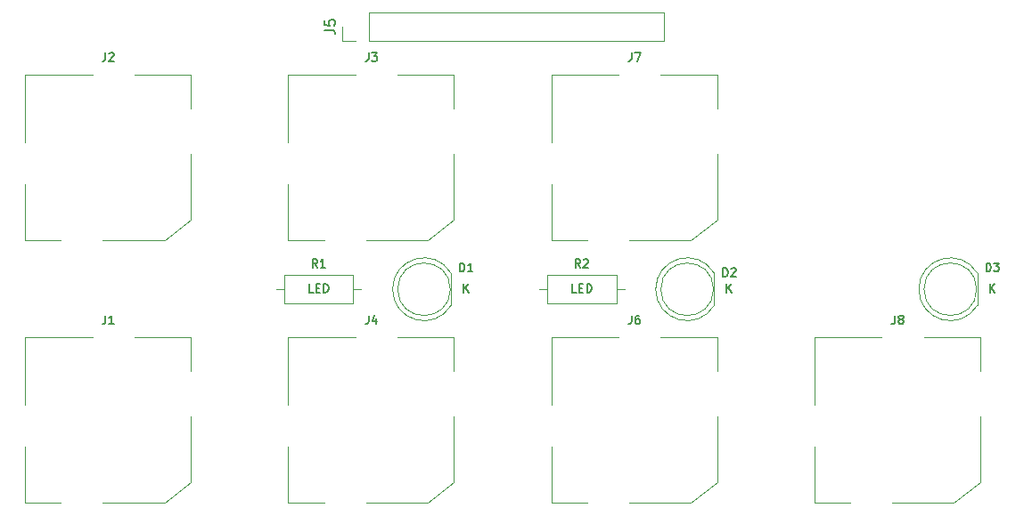
<source format=gto>
G04 #@! TF.GenerationSoftware,KiCad,Pcbnew,(7.0.0)*
G04 #@! TF.CreationDate,2023-03-06T21:21:17-06:00*
G04 #@! TF.ProjectId,SlopesJack,536c6f70-6573-44a6-9163-6b2e6b696361,rev?*
G04 #@! TF.SameCoordinates,Original*
G04 #@! TF.FileFunction,Legend,Top*
G04 #@! TF.FilePolarity,Positive*
%FSLAX46Y46*%
G04 Gerber Fmt 4.6, Leading zero omitted, Abs format (unit mm)*
G04 Created by KiCad (PCBNEW (7.0.0)) date 2023-03-06 21:21:17*
%MOMM*%
%LPD*%
G01*
G04 APERTURE LIST*
G04 Aperture macros list*
%AMRotRect*
0 Rectangle, with rotation*
0 The origin of the aperture is its center*
0 $1 length*
0 $2 width*
0 $3 Rotation angle, in degrees counterclockwise*
0 Add horizontal line*
21,1,$1,$2,0,0,$3*%
G04 Aperture macros list end*
%ADD10C,0.150000*%
%ADD11C,0.120000*%
%ADD12R,1.800000X1.800000*%
%ADD13C,1.800000*%
%ADD14O,4.500001X2.500000*%
%ADD15O,2.500001X4.500001*%
%ADD16RotRect,4.500001X2.500001X45.000000*%
%ADD17O,2.500000X4.500000*%
%ADD18O,4.500000X2.500000*%
%ADD19C,1.600000*%
%ADD20O,1.600000X1.600000*%
%ADD21R,1.700000X1.700000*%
%ADD22O,1.700000X1.700000*%
G04 APERTURE END LIST*
D10*
X345909524Y-160793904D02*
X345909524Y-159993904D01*
X345909524Y-159993904D02*
X346100000Y-159993904D01*
X346100000Y-159993904D02*
X346214286Y-160032000D01*
X346214286Y-160032000D02*
X346290476Y-160108190D01*
X346290476Y-160108190D02*
X346328571Y-160184380D01*
X346328571Y-160184380D02*
X346366667Y-160336761D01*
X346366667Y-160336761D02*
X346366667Y-160451047D01*
X346366667Y-160451047D02*
X346328571Y-160603428D01*
X346328571Y-160603428D02*
X346290476Y-160679619D01*
X346290476Y-160679619D02*
X346214286Y-160755809D01*
X346214286Y-160755809D02*
X346100000Y-160793904D01*
X346100000Y-160793904D02*
X345909524Y-160793904D01*
X347128571Y-160793904D02*
X346671428Y-160793904D01*
X346900000Y-160793904D02*
X346900000Y-159993904D01*
X346900000Y-159993904D02*
X346823809Y-160108190D01*
X346823809Y-160108190D02*
X346747619Y-160184380D01*
X346747619Y-160184380D02*
X346671428Y-160222476D01*
X346265476Y-162793904D02*
X346265476Y-161993904D01*
X346722619Y-162793904D02*
X346379761Y-162336761D01*
X346722619Y-161993904D02*
X346265476Y-162451047D01*
X387233333Y-164993904D02*
X387233333Y-165565333D01*
X387233333Y-165565333D02*
X387195238Y-165679619D01*
X387195238Y-165679619D02*
X387119047Y-165755809D01*
X387119047Y-165755809D02*
X387004762Y-165793904D01*
X387004762Y-165793904D02*
X386928571Y-165793904D01*
X387728571Y-165336761D02*
X387652381Y-165298666D01*
X387652381Y-165298666D02*
X387614286Y-165260571D01*
X387614286Y-165260571D02*
X387576190Y-165184380D01*
X387576190Y-165184380D02*
X387576190Y-165146285D01*
X387576190Y-165146285D02*
X387614286Y-165070095D01*
X387614286Y-165070095D02*
X387652381Y-165032000D01*
X387652381Y-165032000D02*
X387728571Y-164993904D01*
X387728571Y-164993904D02*
X387880952Y-164993904D01*
X387880952Y-164993904D02*
X387957143Y-165032000D01*
X387957143Y-165032000D02*
X387995238Y-165070095D01*
X387995238Y-165070095D02*
X388033333Y-165146285D01*
X388033333Y-165146285D02*
X388033333Y-165184380D01*
X388033333Y-165184380D02*
X387995238Y-165260571D01*
X387995238Y-165260571D02*
X387957143Y-165298666D01*
X387957143Y-165298666D02*
X387880952Y-165336761D01*
X387880952Y-165336761D02*
X387728571Y-165336761D01*
X387728571Y-165336761D02*
X387652381Y-165374857D01*
X387652381Y-165374857D02*
X387614286Y-165412952D01*
X387614286Y-165412952D02*
X387576190Y-165489142D01*
X387576190Y-165489142D02*
X387576190Y-165641523D01*
X387576190Y-165641523D02*
X387614286Y-165717714D01*
X387614286Y-165717714D02*
X387652381Y-165755809D01*
X387652381Y-165755809D02*
X387728571Y-165793904D01*
X387728571Y-165793904D02*
X387880952Y-165793904D01*
X387880952Y-165793904D02*
X387957143Y-165755809D01*
X387957143Y-165755809D02*
X387995238Y-165717714D01*
X387995238Y-165717714D02*
X388033333Y-165641523D01*
X388033333Y-165641523D02*
X388033333Y-165489142D01*
X388033333Y-165489142D02*
X387995238Y-165412952D01*
X387995238Y-165412952D02*
X387957143Y-165374857D01*
X387957143Y-165374857D02*
X387880952Y-165336761D01*
X312233333Y-164993904D02*
X312233333Y-165565333D01*
X312233333Y-165565333D02*
X312195238Y-165679619D01*
X312195238Y-165679619D02*
X312119047Y-165755809D01*
X312119047Y-165755809D02*
X312004762Y-165793904D01*
X312004762Y-165793904D02*
X311928571Y-165793904D01*
X313033333Y-165793904D02*
X312576190Y-165793904D01*
X312804762Y-165793904D02*
X312804762Y-164993904D01*
X312804762Y-164993904D02*
X312728571Y-165108190D01*
X312728571Y-165108190D02*
X312652381Y-165184380D01*
X312652381Y-165184380D02*
X312576190Y-165222476D01*
X312233333Y-139993904D02*
X312233333Y-140565333D01*
X312233333Y-140565333D02*
X312195238Y-140679619D01*
X312195238Y-140679619D02*
X312119047Y-140755809D01*
X312119047Y-140755809D02*
X312004762Y-140793904D01*
X312004762Y-140793904D02*
X311928571Y-140793904D01*
X312576190Y-140070095D02*
X312614286Y-140032000D01*
X312614286Y-140032000D02*
X312690476Y-139993904D01*
X312690476Y-139993904D02*
X312880952Y-139993904D01*
X312880952Y-139993904D02*
X312957143Y-140032000D01*
X312957143Y-140032000D02*
X312995238Y-140070095D01*
X312995238Y-140070095D02*
X313033333Y-140146285D01*
X313033333Y-140146285D02*
X313033333Y-140222476D01*
X313033333Y-140222476D02*
X312995238Y-140336761D01*
X312995238Y-140336761D02*
X312538095Y-140793904D01*
X312538095Y-140793904D02*
X313033333Y-140793904D01*
X395909524Y-160793904D02*
X395909524Y-159993904D01*
X395909524Y-159993904D02*
X396100000Y-159993904D01*
X396100000Y-159993904D02*
X396214286Y-160032000D01*
X396214286Y-160032000D02*
X396290476Y-160108190D01*
X396290476Y-160108190D02*
X396328571Y-160184380D01*
X396328571Y-160184380D02*
X396366667Y-160336761D01*
X396366667Y-160336761D02*
X396366667Y-160451047D01*
X396366667Y-160451047D02*
X396328571Y-160603428D01*
X396328571Y-160603428D02*
X396290476Y-160679619D01*
X396290476Y-160679619D02*
X396214286Y-160755809D01*
X396214286Y-160755809D02*
X396100000Y-160793904D01*
X396100000Y-160793904D02*
X395909524Y-160793904D01*
X396633333Y-159993904D02*
X397128571Y-159993904D01*
X397128571Y-159993904D02*
X396861905Y-160298666D01*
X396861905Y-160298666D02*
X396976190Y-160298666D01*
X396976190Y-160298666D02*
X397052381Y-160336761D01*
X397052381Y-160336761D02*
X397090476Y-160374857D01*
X397090476Y-160374857D02*
X397128571Y-160451047D01*
X397128571Y-160451047D02*
X397128571Y-160641523D01*
X397128571Y-160641523D02*
X397090476Y-160717714D01*
X397090476Y-160717714D02*
X397052381Y-160755809D01*
X397052381Y-160755809D02*
X396976190Y-160793904D01*
X396976190Y-160793904D02*
X396747619Y-160793904D01*
X396747619Y-160793904D02*
X396671428Y-160755809D01*
X396671428Y-160755809D02*
X396633333Y-160717714D01*
X396265476Y-162793904D02*
X396265476Y-161993904D01*
X396722619Y-162793904D02*
X396379761Y-162336761D01*
X396722619Y-161993904D02*
X396265476Y-162451047D01*
X337233333Y-164993904D02*
X337233333Y-165565333D01*
X337233333Y-165565333D02*
X337195238Y-165679619D01*
X337195238Y-165679619D02*
X337119047Y-165755809D01*
X337119047Y-165755809D02*
X337004762Y-165793904D01*
X337004762Y-165793904D02*
X336928571Y-165793904D01*
X337957143Y-165260571D02*
X337957143Y-165793904D01*
X337766667Y-164955809D02*
X337576190Y-165527238D01*
X337576190Y-165527238D02*
X338071429Y-165527238D01*
X362233333Y-139993904D02*
X362233333Y-140565333D01*
X362233333Y-140565333D02*
X362195238Y-140679619D01*
X362195238Y-140679619D02*
X362119047Y-140755809D01*
X362119047Y-140755809D02*
X362004762Y-140793904D01*
X362004762Y-140793904D02*
X361928571Y-140793904D01*
X362538095Y-139993904D02*
X363071429Y-139993904D01*
X363071429Y-139993904D02*
X362728571Y-140793904D01*
X332366667Y-160423904D02*
X332100000Y-160042952D01*
X331909524Y-160423904D02*
X331909524Y-159623904D01*
X331909524Y-159623904D02*
X332214286Y-159623904D01*
X332214286Y-159623904D02*
X332290476Y-159662000D01*
X332290476Y-159662000D02*
X332328571Y-159700095D01*
X332328571Y-159700095D02*
X332366667Y-159776285D01*
X332366667Y-159776285D02*
X332366667Y-159890571D01*
X332366667Y-159890571D02*
X332328571Y-159966761D01*
X332328571Y-159966761D02*
X332290476Y-160004857D01*
X332290476Y-160004857D02*
X332214286Y-160042952D01*
X332214286Y-160042952D02*
X331909524Y-160042952D01*
X333128571Y-160423904D02*
X332671428Y-160423904D01*
X332900000Y-160423904D02*
X332900000Y-159623904D01*
X332900000Y-159623904D02*
X332823809Y-159738190D01*
X332823809Y-159738190D02*
X332747619Y-159814380D01*
X332747619Y-159814380D02*
X332671428Y-159852476D01*
X331985714Y-162793904D02*
X331604762Y-162793904D01*
X331604762Y-162793904D02*
X331604762Y-161993904D01*
X332252381Y-162374857D02*
X332519047Y-162374857D01*
X332633333Y-162793904D02*
X332252381Y-162793904D01*
X332252381Y-162793904D02*
X332252381Y-161993904D01*
X332252381Y-161993904D02*
X332633333Y-161993904D01*
X332976191Y-162793904D02*
X332976191Y-161993904D01*
X332976191Y-161993904D02*
X333166667Y-161993904D01*
X333166667Y-161993904D02*
X333280953Y-162032000D01*
X333280953Y-162032000D02*
X333357143Y-162108190D01*
X333357143Y-162108190D02*
X333395238Y-162184380D01*
X333395238Y-162184380D02*
X333433334Y-162336761D01*
X333433334Y-162336761D02*
X333433334Y-162451047D01*
X333433334Y-162451047D02*
X333395238Y-162603428D01*
X333395238Y-162603428D02*
X333357143Y-162679619D01*
X333357143Y-162679619D02*
X333280953Y-162755809D01*
X333280953Y-162755809D02*
X333166667Y-162793904D01*
X333166667Y-162793904D02*
X332976191Y-162793904D01*
X357366667Y-160423904D02*
X357100000Y-160042952D01*
X356909524Y-160423904D02*
X356909524Y-159623904D01*
X356909524Y-159623904D02*
X357214286Y-159623904D01*
X357214286Y-159623904D02*
X357290476Y-159662000D01*
X357290476Y-159662000D02*
X357328571Y-159700095D01*
X357328571Y-159700095D02*
X357366667Y-159776285D01*
X357366667Y-159776285D02*
X357366667Y-159890571D01*
X357366667Y-159890571D02*
X357328571Y-159966761D01*
X357328571Y-159966761D02*
X357290476Y-160004857D01*
X357290476Y-160004857D02*
X357214286Y-160042952D01*
X357214286Y-160042952D02*
X356909524Y-160042952D01*
X357671428Y-159700095D02*
X357709524Y-159662000D01*
X357709524Y-159662000D02*
X357785714Y-159623904D01*
X357785714Y-159623904D02*
X357976190Y-159623904D01*
X357976190Y-159623904D02*
X358052381Y-159662000D01*
X358052381Y-159662000D02*
X358090476Y-159700095D01*
X358090476Y-159700095D02*
X358128571Y-159776285D01*
X358128571Y-159776285D02*
X358128571Y-159852476D01*
X358128571Y-159852476D02*
X358090476Y-159966761D01*
X358090476Y-159966761D02*
X357633333Y-160423904D01*
X357633333Y-160423904D02*
X358128571Y-160423904D01*
X356985714Y-162793904D02*
X356604762Y-162793904D01*
X356604762Y-162793904D02*
X356604762Y-161993904D01*
X357252381Y-162374857D02*
X357519047Y-162374857D01*
X357633333Y-162793904D02*
X357252381Y-162793904D01*
X357252381Y-162793904D02*
X357252381Y-161993904D01*
X357252381Y-161993904D02*
X357633333Y-161993904D01*
X357976191Y-162793904D02*
X357976191Y-161993904D01*
X357976191Y-161993904D02*
X358166667Y-161993904D01*
X358166667Y-161993904D02*
X358280953Y-162032000D01*
X358280953Y-162032000D02*
X358357143Y-162108190D01*
X358357143Y-162108190D02*
X358395238Y-162184380D01*
X358395238Y-162184380D02*
X358433334Y-162336761D01*
X358433334Y-162336761D02*
X358433334Y-162451047D01*
X358433334Y-162451047D02*
X358395238Y-162603428D01*
X358395238Y-162603428D02*
X358357143Y-162679619D01*
X358357143Y-162679619D02*
X358280953Y-162755809D01*
X358280953Y-162755809D02*
X358166667Y-162793904D01*
X358166667Y-162793904D02*
X357976191Y-162793904D01*
X362233333Y-164993904D02*
X362233333Y-165565333D01*
X362233333Y-165565333D02*
X362195238Y-165679619D01*
X362195238Y-165679619D02*
X362119047Y-165755809D01*
X362119047Y-165755809D02*
X362004762Y-165793904D01*
X362004762Y-165793904D02*
X361928571Y-165793904D01*
X362957143Y-164993904D02*
X362804762Y-164993904D01*
X362804762Y-164993904D02*
X362728571Y-165032000D01*
X362728571Y-165032000D02*
X362690476Y-165070095D01*
X362690476Y-165070095D02*
X362614286Y-165184380D01*
X362614286Y-165184380D02*
X362576190Y-165336761D01*
X362576190Y-165336761D02*
X362576190Y-165641523D01*
X362576190Y-165641523D02*
X362614286Y-165717714D01*
X362614286Y-165717714D02*
X362652381Y-165755809D01*
X362652381Y-165755809D02*
X362728571Y-165793904D01*
X362728571Y-165793904D02*
X362880952Y-165793904D01*
X362880952Y-165793904D02*
X362957143Y-165755809D01*
X362957143Y-165755809D02*
X362995238Y-165717714D01*
X362995238Y-165717714D02*
X363033333Y-165641523D01*
X363033333Y-165641523D02*
X363033333Y-165451047D01*
X363033333Y-165451047D02*
X362995238Y-165374857D01*
X362995238Y-165374857D02*
X362957143Y-165336761D01*
X362957143Y-165336761D02*
X362880952Y-165298666D01*
X362880952Y-165298666D02*
X362728571Y-165298666D01*
X362728571Y-165298666D02*
X362652381Y-165336761D01*
X362652381Y-165336761D02*
X362614286Y-165374857D01*
X362614286Y-165374857D02*
X362576190Y-165451047D01*
X370909524Y-161293904D02*
X370909524Y-160493904D01*
X370909524Y-160493904D02*
X371100000Y-160493904D01*
X371100000Y-160493904D02*
X371214286Y-160532000D01*
X371214286Y-160532000D02*
X371290476Y-160608190D01*
X371290476Y-160608190D02*
X371328571Y-160684380D01*
X371328571Y-160684380D02*
X371366667Y-160836761D01*
X371366667Y-160836761D02*
X371366667Y-160951047D01*
X371366667Y-160951047D02*
X371328571Y-161103428D01*
X371328571Y-161103428D02*
X371290476Y-161179619D01*
X371290476Y-161179619D02*
X371214286Y-161255809D01*
X371214286Y-161255809D02*
X371100000Y-161293904D01*
X371100000Y-161293904D02*
X370909524Y-161293904D01*
X371671428Y-160570095D02*
X371709524Y-160532000D01*
X371709524Y-160532000D02*
X371785714Y-160493904D01*
X371785714Y-160493904D02*
X371976190Y-160493904D01*
X371976190Y-160493904D02*
X372052381Y-160532000D01*
X372052381Y-160532000D02*
X372090476Y-160570095D01*
X372090476Y-160570095D02*
X372128571Y-160646285D01*
X372128571Y-160646285D02*
X372128571Y-160722476D01*
X372128571Y-160722476D02*
X372090476Y-160836761D01*
X372090476Y-160836761D02*
X371633333Y-161293904D01*
X371633333Y-161293904D02*
X372128571Y-161293904D01*
X371265476Y-162793904D02*
X371265476Y-161993904D01*
X371722619Y-162793904D02*
X371379761Y-162336761D01*
X371722619Y-161993904D02*
X371265476Y-162451047D01*
X333062380Y-137833333D02*
X333776666Y-137833333D01*
X333776666Y-137833333D02*
X333919523Y-137880952D01*
X333919523Y-137880952D02*
X334014761Y-137976190D01*
X334014761Y-137976190D02*
X334062380Y-138119047D01*
X334062380Y-138119047D02*
X334062380Y-138214285D01*
X333062380Y-136880952D02*
X333062380Y-137357142D01*
X333062380Y-137357142D02*
X333538571Y-137404761D01*
X333538571Y-137404761D02*
X333490952Y-137357142D01*
X333490952Y-137357142D02*
X333443333Y-137261904D01*
X333443333Y-137261904D02*
X333443333Y-137023809D01*
X333443333Y-137023809D02*
X333490952Y-136928571D01*
X333490952Y-136928571D02*
X333538571Y-136880952D01*
X333538571Y-136880952D02*
X333633809Y-136833333D01*
X333633809Y-136833333D02*
X333871904Y-136833333D01*
X333871904Y-136833333D02*
X333967142Y-136880952D01*
X333967142Y-136880952D02*
X334014761Y-136928571D01*
X334014761Y-136928571D02*
X334062380Y-137023809D01*
X334062380Y-137023809D02*
X334062380Y-137261904D01*
X334062380Y-137261904D02*
X334014761Y-137357142D01*
X334014761Y-137357142D02*
X333967142Y-137404761D01*
X337233333Y-139993904D02*
X337233333Y-140565333D01*
X337233333Y-140565333D02*
X337195238Y-140679619D01*
X337195238Y-140679619D02*
X337119047Y-140755809D01*
X337119047Y-140755809D02*
X337004762Y-140793904D01*
X337004762Y-140793904D02*
X336928571Y-140793904D01*
X337538095Y-139993904D02*
X338033333Y-139993904D01*
X338033333Y-139993904D02*
X337766667Y-140298666D01*
X337766667Y-140298666D02*
X337880952Y-140298666D01*
X337880952Y-140298666D02*
X337957143Y-140336761D01*
X337957143Y-140336761D02*
X337995238Y-140374857D01*
X337995238Y-140374857D02*
X338033333Y-140451047D01*
X338033333Y-140451047D02*
X338033333Y-140641523D01*
X338033333Y-140641523D02*
X337995238Y-140717714D01*
X337995238Y-140717714D02*
X337957143Y-140755809D01*
X337957143Y-140755809D02*
X337880952Y-140793904D01*
X337880952Y-140793904D02*
X337652381Y-140793904D01*
X337652381Y-140793904D02*
X337576190Y-140755809D01*
X337576190Y-140755809D02*
X337538095Y-140717714D01*
D11*
X345065000Y-164045000D02*
X345065000Y-160955000D01*
X339515001Y-162499538D02*
G75*
G03*
X345064999Y-164044830I2989999J-462D01*
G01*
X345065000Y-160955170D02*
G75*
G03*
X339515000Y-162500462I-2560000J-1544830D01*
G01*
X345005000Y-162500000D02*
G75*
G03*
X345005000Y-162500000I-2500000J0D01*
G01*
X379600000Y-167100000D02*
X386000000Y-167100000D01*
X379600000Y-173500000D02*
X379600000Y-167100000D01*
X379600000Y-182850000D02*
X379600000Y-177500000D01*
X383000000Y-182850000D02*
X379600000Y-182850000D01*
X390000000Y-167100000D02*
X395350000Y-167100000D01*
X392850000Y-182850000D02*
X387000000Y-182850000D01*
X395350000Y-167100000D02*
X395350000Y-170300000D01*
X395350000Y-174600000D02*
X395350000Y-180800000D01*
X395350000Y-180800000D02*
X395350000Y-180850000D01*
X395350000Y-180850000D02*
X392850000Y-182850000D01*
X304600000Y-167100000D02*
X311000000Y-167100000D01*
X304600000Y-173500000D02*
X304600000Y-167100000D01*
X304600000Y-182850000D02*
X304600000Y-177500000D01*
X308000000Y-182850000D02*
X304600000Y-182850000D01*
X315000000Y-167100000D02*
X320350000Y-167100000D01*
X317850000Y-182850000D02*
X312000000Y-182850000D01*
X320350000Y-167100000D02*
X320350000Y-170300000D01*
X320350000Y-174600000D02*
X320350000Y-180800000D01*
X320350000Y-180800000D02*
X320350000Y-180850000D01*
X320350000Y-180850000D02*
X317850000Y-182850000D01*
X304600000Y-142100000D02*
X311000000Y-142100000D01*
X304600000Y-148500000D02*
X304600000Y-142100000D01*
X304600000Y-157850000D02*
X304600000Y-152500000D01*
X308000000Y-157850000D02*
X304600000Y-157850000D01*
X315000000Y-142100000D02*
X320350000Y-142100000D01*
X317850000Y-157850000D02*
X312000000Y-157850000D01*
X320350000Y-142100000D02*
X320350000Y-145300000D01*
X320350000Y-149600000D02*
X320350000Y-155800000D01*
X320350000Y-155800000D02*
X320350000Y-155850000D01*
X320350000Y-155850000D02*
X317850000Y-157850000D01*
X395065000Y-164045000D02*
X395065000Y-160955000D01*
X389515001Y-162499538D02*
G75*
G03*
X395064999Y-164044830I2989999J-462D01*
G01*
X395065000Y-160955170D02*
G75*
G03*
X389515000Y-162500462I-2560000J-1544830D01*
G01*
X395005000Y-162500000D02*
G75*
G03*
X395005000Y-162500000I-2500000J0D01*
G01*
X329600000Y-167100000D02*
X336000000Y-167100000D01*
X329600000Y-173500000D02*
X329600000Y-167100000D01*
X329600000Y-182850000D02*
X329600000Y-177500000D01*
X333000000Y-182850000D02*
X329600000Y-182850000D01*
X340000000Y-167100000D02*
X345350000Y-167100000D01*
X342850000Y-182850000D02*
X337000000Y-182850000D01*
X345350000Y-167100000D02*
X345350000Y-170300000D01*
X345350000Y-174600000D02*
X345350000Y-180800000D01*
X345350000Y-180800000D02*
X345350000Y-180850000D01*
X345350000Y-180850000D02*
X342850000Y-182850000D01*
X354600000Y-142100000D02*
X361000000Y-142100000D01*
X354600000Y-148500000D02*
X354600000Y-142100000D01*
X354600000Y-157850000D02*
X354600000Y-152500000D01*
X358000000Y-157850000D02*
X354600000Y-157850000D01*
X365000000Y-142100000D02*
X370350000Y-142100000D01*
X367850000Y-157850000D02*
X362000000Y-157850000D01*
X370350000Y-142100000D02*
X370350000Y-145300000D01*
X370350000Y-149600000D02*
X370350000Y-155800000D01*
X370350000Y-155800000D02*
X370350000Y-155850000D01*
X370350000Y-155850000D02*
X367850000Y-157850000D01*
X328460000Y-162500000D02*
X329230000Y-162500000D01*
X329230000Y-161130000D02*
X329230000Y-163870000D01*
X329230000Y-163870000D02*
X335770000Y-163870000D01*
X335770000Y-161130000D02*
X329230000Y-161130000D01*
X335770000Y-163870000D02*
X335770000Y-161130000D01*
X336540000Y-162500000D02*
X335770000Y-162500000D01*
X353460000Y-162500000D02*
X354230000Y-162500000D01*
X354230000Y-161130000D02*
X354230000Y-163870000D01*
X354230000Y-163870000D02*
X360770000Y-163870000D01*
X360770000Y-161130000D02*
X354230000Y-161130000D01*
X360770000Y-163870000D02*
X360770000Y-161130000D01*
X361540000Y-162500000D02*
X360770000Y-162500000D01*
X354600000Y-167100000D02*
X361000000Y-167100000D01*
X354600000Y-173500000D02*
X354600000Y-167100000D01*
X354600000Y-182850000D02*
X354600000Y-177500000D01*
X358000000Y-182850000D02*
X354600000Y-182850000D01*
X365000000Y-167100000D02*
X370350000Y-167100000D01*
X367850000Y-182850000D02*
X362000000Y-182850000D01*
X370350000Y-167100000D02*
X370350000Y-170300000D01*
X370350000Y-174600000D02*
X370350000Y-180800000D01*
X370350000Y-180800000D02*
X370350000Y-180850000D01*
X370350000Y-180850000D02*
X367850000Y-182850000D01*
X370065000Y-164045000D02*
X370065000Y-160955000D01*
X364515001Y-162499538D02*
G75*
G03*
X370064999Y-164044830I2989999J-462D01*
G01*
X370065000Y-160955170D02*
G75*
G03*
X364515000Y-162500462I-2560000J-1544830D01*
G01*
X370005000Y-162500000D02*
G75*
G03*
X370005000Y-162500000I-2500000J0D01*
G01*
X334695000Y-138830000D02*
X334695000Y-137500000D01*
X336025000Y-138830000D02*
X334695000Y-138830000D01*
X337295000Y-138830000D02*
X365295000Y-138830000D01*
X337295000Y-138830000D02*
X337295000Y-136170000D01*
X365295000Y-138830000D02*
X365295000Y-136170000D01*
X337295000Y-136170000D02*
X365295000Y-136170000D01*
X329600000Y-142100000D02*
X336000000Y-142100000D01*
X329600000Y-148500000D02*
X329600000Y-142100000D01*
X329600000Y-157850000D02*
X329600000Y-152500000D01*
X333000000Y-157850000D02*
X329600000Y-157850000D01*
X340000000Y-142100000D02*
X345350000Y-142100000D01*
X342850000Y-157850000D02*
X337000000Y-157850000D01*
X345350000Y-142100000D02*
X345350000Y-145300000D01*
X345350000Y-149600000D02*
X345350000Y-155800000D01*
X345350000Y-155800000D02*
X345350000Y-155850000D01*
X345350000Y-155850000D02*
X342850000Y-157850000D01*
%LPC*%
D12*
X343774999Y-162499999D03*
D13*
X341235000Y-162500000D03*
D14*
X387999999Y-168599999D03*
D15*
X393899999Y-172499999D03*
D16*
X392239999Y-179739999D03*
D17*
X381099999Y-175499999D03*
D18*
X384999999Y-181399999D03*
D14*
X312999999Y-168599999D03*
D15*
X318899999Y-172499999D03*
D16*
X317239999Y-179739999D03*
D17*
X306099999Y-175499999D03*
D18*
X309999999Y-181399999D03*
D14*
X312999999Y-143599999D03*
D15*
X318899999Y-147499999D03*
D16*
X317239999Y-154739999D03*
D17*
X306099999Y-150499999D03*
D18*
X309999999Y-156399999D03*
D12*
X393774999Y-162499999D03*
D13*
X391235000Y-162500000D03*
D14*
X337999999Y-168599999D03*
D15*
X343899999Y-172499999D03*
D16*
X342239999Y-179739999D03*
D17*
X331099999Y-175499999D03*
D18*
X334999999Y-181399999D03*
D14*
X362999999Y-143599999D03*
D15*
X368899999Y-147499999D03*
D16*
X367239999Y-154739999D03*
D17*
X356099999Y-150499999D03*
D18*
X359999999Y-156399999D03*
D19*
X327420000Y-162500000D03*
D20*
X337579999Y-162499999D03*
D19*
X352420000Y-162500000D03*
D20*
X362579999Y-162499999D03*
D14*
X362999999Y-168599999D03*
D15*
X368899999Y-172499999D03*
D16*
X367239999Y-179739999D03*
D17*
X356099999Y-175499999D03*
D18*
X359999999Y-181399999D03*
D12*
X368774999Y-162499999D03*
D13*
X366235000Y-162500000D03*
D21*
X336024999Y-137499999D03*
D22*
X338564999Y-137499999D03*
X341104999Y-137499999D03*
X343644999Y-137499999D03*
X346184999Y-137499999D03*
X348724999Y-137499999D03*
X351264999Y-137499999D03*
X353804999Y-137499999D03*
X356344999Y-137499999D03*
X358884999Y-137499999D03*
X361424999Y-137499999D03*
X363964999Y-137499999D03*
D14*
X337999999Y-143599999D03*
D15*
X343899999Y-147499999D03*
D16*
X342239999Y-154739999D03*
D17*
X331099999Y-150499999D03*
D18*
X334999999Y-156399999D03*
M02*

</source>
